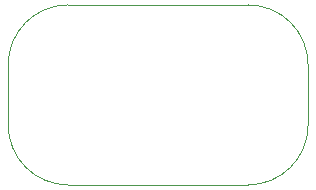
<source format=gm1>
%TF.GenerationSoftware,KiCad,Pcbnew,8.0.4*%
%TF.CreationDate,2024-08-23T20:47:13+02:00*%
%TF.ProjectId,Clock Push Button,436c6f63-6b20-4507-9573-682042757474,V1*%
%TF.SameCoordinates,PX6d01460PY32de760*%
%TF.FileFunction,Profile,NP*%
%FSLAX46Y46*%
G04 Gerber Fmt 4.6, Leading zero omitted, Abs format (unit mm)*
G04 Created by KiCad (PCBNEW 8.0.4) date 2024-08-23 20:47:13*
%MOMM*%
%LPD*%
G01*
G04 APERTURE LIST*
%TA.AperFunction,Profile*%
%ADD10C,0.100000*%
%TD*%
G04 APERTURE END LIST*
D10*
X1269998Y-10160002D02*
X16510000Y-10160000D01*
X16510002Y5080001D02*
G75*
G02*
X21590001Y2I-2J-5080001D01*
G01*
X16510000Y5080001D02*
X1270000Y5080000D01*
X1269998Y-10160002D02*
G75*
G02*
X-3810002Y-5080002I2J5080002D01*
G01*
X-3810000Y0D02*
X-3810002Y-5080002D01*
X21590000Y-5080000D02*
G75*
G02*
X16510000Y-10160000I-5080000J0D01*
G01*
X21590001Y2D02*
X21590000Y-5080000D01*
X-3810000Y0D02*
G75*
G02*
X1270000Y5080000I5080000J0D01*
G01*
M02*

</source>
